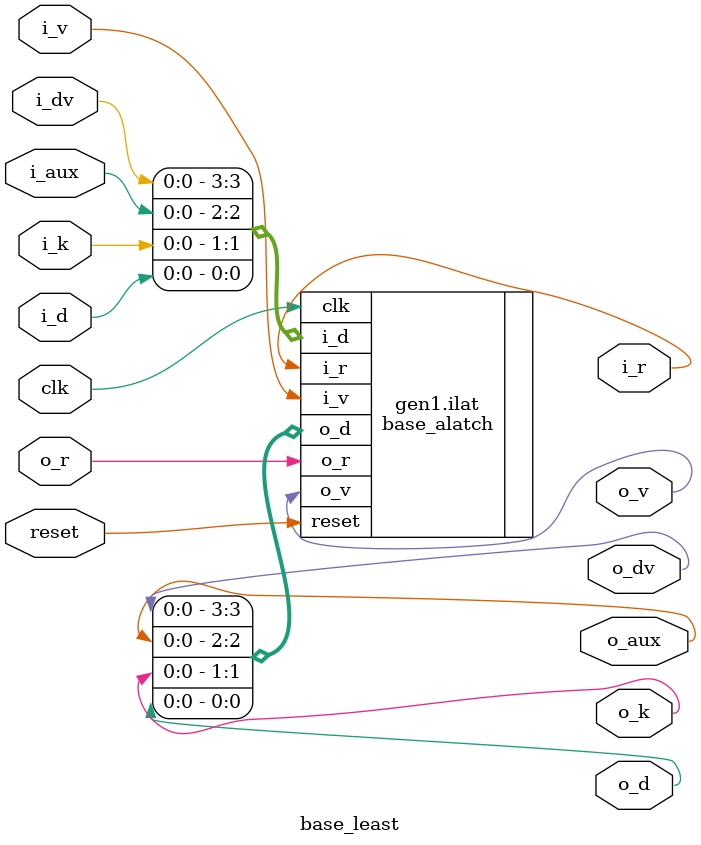
<source format=sv>
/*
 * Copyright 2017 IBM Corporation
 * Licensed to the Apache Software Foundation (ASF) under one
 * or more contributor license agreements.  See the NOTICE file
 * distributed with this work for additional information
 * regarding copyright ownership.  The ASF licenses this file
 * to you under the Apache License, Version 2.0 (the
 * "License"); you may not use this file except in compliance
 * with the License.  You may obtain a copy of the License at
 *
 *     http://www.apache.org/licenses/LICENSE-2.0
 *
 * Unless required by applicable law or agreed to in writing, software
 * distributed under the License is distributed on an "AS IS" BASIS,
 * WITHOUT WARRANTIES OR CONDITIONS OF ANY KIND, either express or implied.
 * See the License for the specific language governing permissions and
 * limitations under the License.
 *
 * Author: Andrew K Martin akmartin@us.ibm.com
 */
 
module base_least#
  (parameter ways=1,
   parameter kw=1, // key width
   parameter dw=1, // data width
   parameter aux_width=1
   )
   (input clk,
    input 		   reset,
    output 		   i_r,
    input 		   i_v,
    input [0:aux_width-1]  i_aux,
    input 		   o_r,
    output 		   o_v,
    
    input [0:ways*kw-1]    i_k,
    input [0:ways*dw-1]    i_d,
    input [0:ways-1] 	   i_dv,
    output [0:kw-1] 	   o_k,
    output [0:dw-1] 	   o_d,
    output 		   o_dv,
    output [0:aux_width-1] o_aux
    );

   generate
      if (ways < 2)
	begin : gen1
	   base_alatch#(.width(1+aux_width+kw+dw)) ilat
	     (.clk(clk),.reset(reset),
	      .i_v(i_v),.i_r(i_r),.i_d({i_dv,i_aux,i_k,i_d}),
	      .o_v(o_v),.o_r(o_r),.o_d({o_dv,o_aux,o_k,o_d})
	      );
	end
      else
	begin : gen2
	   localparam w0 = ways/2;
	   localparam w1 = ways-w0;
	   wire [0:kw-1] s1_k0, s1_k1;
	   wire [0:dw-1] s1_d0, s1_d1;
	   wire  	 s1_dv0, s1_dv1;
	   wire 	 s1_v, s1_r;
	   wire [0:aux_width-1] s1_aux;
	   if (ways == 2)
	     begin : gen3
		assign s1_aux = i_aux;
		assign {s1_k0,s1_k1} = i_k;
		assign {s1_d0,s1_d1} = i_d;
		assign {s1_dv0,s1_dv1} = i_dv;
		assign s1_v = i_v;
		assign i_r = s1_r;
	     end
	   else
	     begin : gen4
		wire [0:1] s0_v, s0_r, s1a_v, s1a_r;
		base_acombine#(.ni(1),.no(2)) icmb0(.i_v(i_v),.i_r(i_r),.o_v(s0_v),.o_r(s0_r));
	   	base_least#(.ways(w0),.kw(kw),.dw(dw),.aux_width(aux_width)) i0
		  (.clk(clk),.reset(reset),
		   .i_v(s0_v[0] ), .i_r(s0_r[0]), .i_k(i_k[0:w0*kw-1]),.i_d(i_d[0:w0*dw-1]),.i_dv(i_dv[0:w0-1]),.i_aux(i_aux),
		   .o_v(s1a_v[0]), .o_r(s1a_r[0]),  .o_k(s1_k0),   .o_d(s1_d0),.o_dv(s1_dv0),.o_aux(s1_aux));
		base_least#(.ways(w1),.kw(kw),.dw(dw)) i1
		  (.clk(clk),.reset(reset),
		   .i_v(s0_v[1]),.i_r(s0_r[1]), .i_k(i_k[w0*kw:ways*kw-1]),.i_d(i_d[w0*dw:ways*dw-1]),.i_dv(i_dv[w0:ways-1]),.i_aux(1'b0),
		   .o_v(s1a_v[1]),.o_r(s1a_r[1]), .o_k(s1_k1),   .o_d(s1_d1),.o_dv(s1_dv1),.o_aux());
		base_acombine#(.ni(2),.no(1)) icmb1(.i_v(s1a_v),.i_r(s1a_r),.o_v(s1_v),.o_r(s1_r));
	     end // block: gen4

	   wire s1_sel0 = s1_dv0 & ((s1_k0 < s1_k1) | ~s1_dv1);
	   wire [0:kw-1] s1_k = s1_sel0 ? s1_k0 : s1_k1;
	   wire [0:dw-1] s1_d = s1_sel0 ? s1_d0 : s1_d1;
	   wire 	 s1_dv = s1_dv0 | s1_dv1;
	   base_alatch#(.width(1+aux_width+kw+dw)) is1_lat0
	     (.clk(clk),.reset(reset),
	      .i_v(s1_v),.i_r(s1_r),.i_d({s1_dv,s1_aux,s1_k,s1_d}),
	      .o_v(o_v),.o_r(o_r),.o_d({o_dv,o_aux,o_k,o_d})
	      );
	end // block: gen2
   endgenerate
endmodule // base_least


</source>
